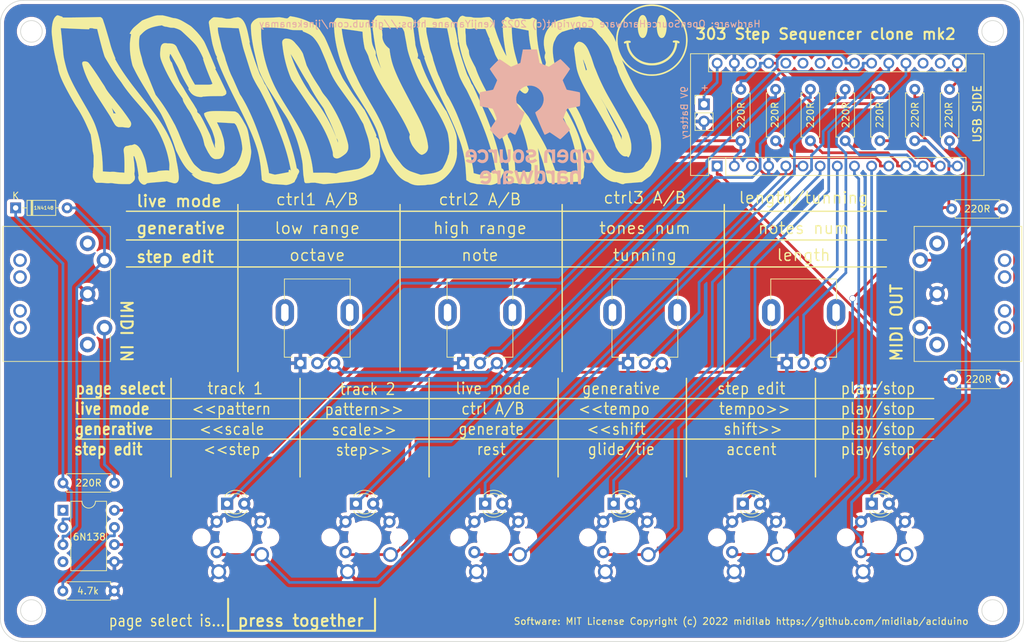
<source format=kicad_pcb>
(kicad_pcb (version 20171130) (host pcbnew 5.1.9+dfsg1-1+deb11u1)
  (layers (0 F.Cu signal hide) (31 B.Cu signal hide) (34 B.Paste user) (35 F.Paste user) (36 B.SilkS user) (37 F.SilkS user) (38 B.Mask user) (39 F.Mask user) (44 Edge.Cuts user))
  (net 0 "")
  (net 1 LED6)
  (net 2 LED5)
  (net 3 9V)
  (net 4 LED4)
  (net 5 GND)
  (net 6 LED3)
  (net 7 "Net-(A1-Pad28)")
  (net 8 LED2)
  (net 9 5V)
  (net 10 LED1)
  (net 11 "Net-(A1-Pad26)")
  (net 12 PLAY_STOP)
  (net 13 "Net-(A1-Pad25)")
  (net 14 Accent)
  (net 15 "Net-(A1-Pad24)")
  (net 16 Glide)
  (net 17 "Net-(A1-Pad23)")
  (net 18 Rest)
  (net 19 Octave)
  (net 20 Next_STEP)
  (net 21 Note)
  (net 22 Prev_STEP)
  (net 23 Length)
  (net 24 BPM)
  (net 25 "Net-(A1-Pad3)")
  (net 26 "Net-(A1-Pad18)")
  (net 27 "Net-(A1-Pad17)")
  (net 28 MIDI_OUT)
  (net 29 "Net-(D1-Pad1)")
  (net 30 "Net-(D2-Pad1)")
  (net 31 "Net-(D3-Pad1)")
  (net 32 "Net-(D4-Pad1)")
  (net 33 "Net-(D5-Pad1)")
  (net 34 "Net-(D6-Pad1)")
  (net 35 "Net-(J1-Pad4)")
  (net 36 "Net-(J1-Pad1)")
  (net 37 "Net-(J1-Pad3)")
  (net 38 "Net-(J1-Pad5)")
  (net 39 MIDI_IN)
  (net 40 "Net-(D7-Pad2)")
  (net 41 "Net-(D7-Pad1)")
  (net 42 "Net-(J3-Pad4)")
  (net 43 "Net-(J3-Pad1)")
  (net 44 "Net-(J3-Pad3)")
  (net 45 "Net-(R11-Pad2)")
  (net 46 "Net-(U1-Pad4)")
  (net 47 "Net-(U1-Pad1)")
  (module Symbol:OSHW-Logo_19x20mm_SilkScreen (layer B.Cu) (at 132.25 75.25 180)
    (fp_text reference REF** hide)
    (fp_text value OSHW-Logo_19x20mm_SilkScreen hide)
  )
  (module MountingHole:MountingHole_2.2mm_M2_Pad (layer F.Cu) (at 202.5 106.5)
    (fp_text reference mount4)
    (fp_text value Hole_2.2mm)
    (pad "" thru_hole circle (at 0 0) (size 2 2) (drill 1.3) (layers *.Cu *.Mask))
  )
  (module MountingHole:MountingHole_2.2mm_M2_Pad (layer F.Cu) (at 202.5 96.5)
    (fp_text reference mount3)
    (fp_text value Hole_2.2mm)
    (pad "" thru_hole circle (at 0 0) (size 2 2) (drill 1.3) (layers *.Cu *.Mask))
  )
  (module MountingHole:MountingHole_2.2mm_M2_Pad (layer F.Cu) (at 56.75 106.5)
    (fp_text reference mount2)
    (fp_text value Hole_2.2mm)
    (pad "" thru_hole circle (at 0 0) (size 2 2) (drill 1.3) (layers *.Cu *.Mask))
  )
  (module MountingHole:MountingHole_2.2mm_M2_Pad (layer F.Cu) (at 56.75 96.5)
    (fp_text reference mount1)
    (fp_text value Hole_2.2mm)
    (pad "" thru_hole circle (at 0 0) (size 2 2) (drill 1.3) (layers *.Cu *.Mask))
  )
  (module Potentiometer_THT:Potentiometer_Alpha_RD901F-40-00D_Single_Vertical (layer F.Cu) (at 98.25 111.75 90)
    (fp_text reference RV1 hide)
    (fp_text value 10k)
    (pad "" thru_hole oval (at 7.5 -2.3 180) (size 2.72 4) (drill oval 1.1 2.6) (layers *.Cu *.Mask))
    (pad "" thru_hole oval (at 7.5 7.3 180) (size 2.72 4) (drill oval 1.1 2.6) (layers *.Cu *.Mask))
    (pad 3 thru_hole circle (at 0 5 180) (size 1.8 1.8) (drill 1) (layers *.Cu *.Mask) (net 9 5V))
    (pad 2 thru_hole circle (at 0 2.5 180) (size 1.8 1.8) (drill 1) (layers *.Cu *.Mask) (net 19 Octave))
    (pad 1 thru_hole rect (at 0 0 180) (size 1.8 1.8) (drill 1) (layers *.Cu *.Mask) (net 5 GND))
  )
  (module PCB:logo (layer F.Cu) (at 108.5 72)
    (fp_text reference G*** hide)
    (fp_text value LOGO hide)
  )
  (module Button_Switch_Keyboard:SW_Cherry_MX_tact_Dual (layer F.Cu) (at 105.238 142.65 180)
    (fp_text reference SW2)
    (fp_text value SW_Cherry_MX_1.00u_PCB)
    (pad 1 thru_hole circle (at 0 0 180) (size 2.2 2.2) (drill 1.5) (layers *.Cu *.Mask) (net 5 GND))
    (pad 2 thru_hole circle (at -6.35 2.54 180) (size 2.2 2.2) (drill 1.5) (layers *.Cu *.Mask) (net 20 Next_STEP))
    (pad "" np_thru_hole circle (at -2.54 5.08 180) (size 4 4) (drill 4) (layers *.Cu *.Mask))
    (pad "" np_thru_hole circle (at -7.62 5.08 180) (size 1.7 1.7) (drill 1.7) (layers *.Cu *.Mask))
    (pad "" np_thru_hole circle (at 2.54 5.08 180) (size 1.7 1.7) (drill 1.7) (layers *.Cu *.Mask))
    (pad 2 thru_hole circle (at 0.3 2.9 180) (size 1.8 1.8) (drill 1) (layers *.Cu *.Mask) (net 20 Next_STEP))
    (pad 1 thru_hole circle (at 0.3 7.4 180) (size 1.8 1.8) (drill 1) (layers *.Cu *.Mask) (net 5 GND))
    (pad 1 thru_hole circle (at -6.2 7.4 180) (size 1.8 1.8) (drill 1) (layers *.Cu *.Mask) (net 5 GND))
  )
  (module Button_Switch_Keyboard:SW_Cherry_MX_tact_Dual (layer F.Cu) (at 124.316 142.65 180)
    (fp_text reference SW3)
    (fp_text value SW_Cherry_MX_1.00u_PCB)
    (pad 1 thru_hole circle (at 0 0 180) (size 2.2 2.2) (drill 1.5) (layers *.Cu *.Mask) (net 5 GND))
    (pad 2 thru_hole circle (at -6.35 2.54 180) (size 2.2 2.2) (drill 1.5) (layers *.Cu *.Mask) (net 18 Rest))
    (pad "" np_thru_hole circle (at -2.54 5.08 180) (size 4 4) (drill 4) (layers *.Cu *.Mask))
    (pad "" np_thru_hole circle (at -7.62 5.08 180) (size 1.7 1.7) (drill 1.7) (layers *.Cu *.Mask))
    (pad "" np_thru_hole circle (at 2.54 5.08 180) (size 1.7 1.7) (drill 1.7) (layers *.Cu *.Mask))
    (pad 2 thru_hole circle (at 0.3 2.9 180) (size 1.8 1.8) (drill 1) (layers *.Cu *.Mask) (net 18 Rest))
    (pad 1 thru_hole circle (at 0.3 7.4 180) (size 1.8 1.8) (drill 1) (layers *.Cu *.Mask) (net 5 GND))
    (pad 1 thru_hole circle (at -6.2 7.4 180) (size 1.8 1.8) (drill 1) (layers *.Cu *.Mask) (net 5 GND))
  )
  (module Button_Switch_Keyboard:SW_Cherry_MX_tact_Dual (layer F.Cu) (at 143.394 142.65 180)
    (fp_text reference SW4)
    (fp_text value SW_Cherry_MX_1.00u_PCB)
    (pad 1 thru_hole circle (at 0 0 180) (size 2.2 2.2) (drill 1.5) (layers *.Cu *.Mask) (net 5 GND))
    (pad 2 thru_hole circle (at -6.35 2.54 180) (size 2.2 2.2) (drill 1.5) (layers *.Cu *.Mask) (net 16 Glide))
    (pad "" np_thru_hole circle (at -2.54 5.08 180) (size 4 4) (drill 4) (layers *.Cu *.Mask))
    (pad "" np_thru_hole circle (at -7.62 5.08 180) (size 1.7 1.7) (drill 1.7) (layers *.Cu *.Mask))
    (pad "" np_thru_hole circle (at 2.54 5.08 180) (size 1.7 1.7) (drill 1.7) (layers *.Cu *.Mask))
    (pad 2 thru_hole circle (at 0.3 2.9 180) (size 1.8 1.8) (drill 1) (layers *.Cu *.Mask) (net 16 Glide))
    (pad 1 thru_hole circle (at 0.3 7.4 180) (size 1.8 1.8) (drill 1) (layers *.Cu *.Mask) (net 5 GND))
    (pad 1 thru_hole circle (at -6.2 7.4 180) (size 1.8 1.8) (drill 1) (layers *.Cu *.Mask) (net 5 GND))
  )
  (module Button_Switch_Keyboard:SW_Cherry_MX_tact_Dual (layer F.Cu) (at 162.472 142.65 180)
    (fp_text reference SW5)
    (fp_text value SW_Cherry_MX_1.00u_PCB)
    (pad 1 thru_hole circle (at 0 0 180) (size 2.2 2.2) (drill 1.5) (layers *.Cu *.Mask) (net 5 GND))
    (pad 2 thru_hole circle (at -6.35 2.54 180) (size 2.2 2.2) (drill 1.5) (layers *.Cu *.Mask) (net 14 Accent))
    (pad "" np_thru_hole circle (at -2.54 5.08 180) (size 4 4) (drill 4) (layers *.Cu *.Mask))
    (pad "" np_thru_hole circle (at -7.62 5.08 180) (size 1.7 1.7) (drill 1.7) (layers *.Cu *.Mask))
    (pad "" np_thru_hole circle (at 2.54 5.08 180) (size 1.7 1.7) (drill 1.7) (layers *.Cu *.Mask))
    (pad 2 thru_hole circle (at 0.3 2.9 180) (size 1.8 1.8) (drill 1) (layers *.Cu *.Mask) (net 14 Accent))
    (pad 1 thru_hole circle (at 0.3 7.4 180) (size 1.8 1.8) (drill 1) (layers *.Cu *.Mask) (net 5 GND))
    (pad 1 thru_hole circle (at -6.2 7.4 180) (size 1.8 1.8) (drill 1) (layers *.Cu *.Mask) (net 5 GND))
  )
  (module Button_Switch_Keyboard:SW_Cherry_MX_tact_Dual (layer F.Cu) (at 181.55 142.65 180)
    (fp_text reference SW6)
    (fp_text value SW_Cherry_MX_1.00u_PCB)
    (pad 1 thru_hole circle (at 0 0 180) (size 2.2 2.2) (drill 1.5) (layers *.Cu *.Mask) (net 5 GND))
    (pad 2 thru_hole circle (at -6.35 2.54 180) (size 2.2 2.2) (drill 1.5) (layers *.Cu *.Mask) (net 12 PLAY_STOP))
    (pad "" np_thru_hole circle (at -2.54 5.08 180) (size 4 4) (drill 4) (layers *.Cu *.Mask))
    (pad "" np_thru_hole circle (at -7.62 5.08 180) (size 1.7 1.7) (drill 1.7) (layers *.Cu *.Mask))
    (pad "" np_thru_hole circle (at 2.54 5.08 180) (size 1.7 1.7) (drill 1.7) (layers *.Cu *.Mask))
    (pad 2 thru_hole circle (at 0.3 2.9 180) (size 1.8 1.8) (drill 1) (layers *.Cu *.Mask) (net 12 PLAY_STOP))
    (pad 1 thru_hole circle (at 0.3 7.4 180) (size 1.8 1.8) (drill 1) (layers *.Cu *.Mask) (net 5 GND))
    (pad 1 thru_hole circle (at -6.2 7.4 180) (size 1.8 1.8) (drill 1) (layers *.Cu *.Mask) (net 5 GND))
  )
  (module Button_Switch_Keyboard:SW_Cherry_MX_tact_Dual (layer F.Cu) (at 86.16 142.65 180)
    (fp_text reference SW1)
    (fp_text value SW_Cherry_MX_1.00u_PCB)
    (pad 1 thru_hole circle (at 0 0 180) (size 2.2 2.2) (drill 1.5) (layers *.Cu *.Mask) (net 5 GND))
    (pad 2 thru_hole circle (at -6.35 2.54 180) (size 2.2 2.2) (drill 1.5) (layers *.Cu *.Mask) (net 22 Prev_STEP))
    (pad "" np_thru_hole circle (at -2.54 5.08 180) (size 4 4) (drill 4) (layers *.Cu *.Mask))
    (pad "" np_thru_hole circle (at -7.62 5.08 180) (size 1.7 1.7) (drill 1.7) (layers *.Cu *.Mask))
    (pad "" np_thru_hole circle (at 2.54 5.08 180) (size 1.7 1.7) (drill 1.7) (layers *.Cu *.Mask))
    (pad 2 thru_hole circle (at 0.3 2.9 180) (size 1.8 1.8) (drill 1) (layers *.Cu *.Mask) (net 22 Prev_STEP))
    (pad 1 thru_hole circle (at 0.3 7.4 180) (size 1.8 1.8) (drill 1) (layers *.Cu *.Mask) (net 5 GND))
    (pad 1 thru_hole circle (at -6.2 7.4 180) (size 1.8 1.8) (drill 1) (layers *.Cu *.Mask) (net 5 GND))
  )
  (module Package_DIP:DIP-8_W7.62mm (layer F.Cu) (at 63.1 133.55)
    (fp_text reference U1)
    (fp_text value 6N138 (at 3.9 3.95) (layer F.SilkS))
    (pad 8 thru_hole oval (at 7.62 0) (size 1.6 1.6) (drill 0.8) (layers *.Cu *.Mask) (net 9 5V))
    (pad 4 thru_hole oval (at 0 7.62) (size 1.6 1.6) (drill 0.8) (layers *.Cu *.Mask) (net 46 "Net-(U1-Pad4)"))
    (pad 7 thru_hole oval (at 7.62 2.54) (size 1.6 1.6) (drill 0.8) (layers *.Cu *.Mask) (net 45 "Net-(R11-Pad2)"))
    (pad 3 thru_hole oval (at 0 5.08) (size 1.6 1.6) (drill 0.8) (layers *.Cu *.Mask) (net 40 "Net-(D7-Pad2)"))
    (pad 6 thru_hole oval (at 7.62 5.08) (size 1.6 1.6) (drill 0.8) (layers *.Cu *.Mask) (net 39 MIDI_IN))
    (pad 2 thru_hole oval (at 0 2.54) (size 1.6 1.6) (drill 0.8) (layers *.Cu *.Mask) (net 41 "Net-(D7-Pad1)"))
    (pad 5 thru_hole oval (at 7.62 7.62) (size 1.6 1.6) (drill 0.8) (layers *.Cu *.Mask) (net 5 GND))
    (pad 1 thru_hole rect (at 0 0) (size 1.6 1.6) (drill 0.8) (layers *.Cu *.Mask) (net 47 "Net-(U1-Pad1)"))
  )
  (module Resistor_THT:R_Axial_DIN0207_L6.3mm_D2.5mm_P7.62mm_Horizontal (layer F.Cu) (at 70.7 145.5 180)
    (fp_text reference R11)
    (fp_text value 4.7k (at 3.9 0) (layer F.SilkS))
    (pad 2 thru_hole oval (at 7.62 0 180) (size 1.6 1.6) (drill 0.8) (layers *.Cu *.Mask) (net 45 "Net-(R11-Pad2)"))
    (pad 1 thru_hole circle (at 0 0 180) (size 1.6 1.6) (drill 0.8) (layers *.Cu *.Mask) (net 5 GND))
  )
  (module Resistor_THT:R_Axial_DIN0207_L6.3mm_D2.5mm_P7.62mm_Horizontal (layer F.Cu) (at 163.45 78.8 90)
    (fp_text reference R10)
    (fp_text value 220R (at 3.81 0.05 90) (layer F.SilkS))
    (pad 2 thru_hole oval (at 7.62 0 90) (size 1.6 1.6) (drill 0.8) (layers *.Cu *.Mask) (net 9 5V))
    (pad 1 thru_hole circle (at 0 0 90) (size 1.6 1.6) (drill 0.8) (layers *.Cu *.Mask) (net 39 MIDI_IN))
  )
  (module Resistor_THT:R_Axial_DIN0207_L6.3mm_D2.5mm_P7.62mm_Horizontal (layer F.Cu) (at 63.1 129.5)
    (fp_text reference R9)
    (fp_text value 220R (at 3.8 0) (layer F.SilkS))
    (pad 2 thru_hole oval (at 7.62 0) (size 1.6 1.6) (drill 0.8) (layers *.Cu *.Mask) (net 42 "Net-(J3-Pad4)"))
    (pad 1 thru_hole circle (at 0 0) (size 1.6 1.6) (drill 0.8) (layers *.Cu *.Mask) (net 41 "Net-(D7-Pad1)"))
  )
  (module Connector:SDS-50J (layer F.Cu) (at 66.75 109 90)
    (fp_text reference J3)
    (fp_text value MIDI_IN)
    (pad "" thru_hole circle (at 10 -10 90) (size 2 2) (drill 1.3) (layers *.Cu *.Mask))
    (pad 4 thru_hole circle (at 2.5 2.5 90) (size 2.3 2.3) (drill 1.3) (layers *.Cu *.Mask) (net 42 "Net-(J3-Pad4)"))
    (pad 1 thru_hole circle (at 0 0 90) (size 2.3 2.3) (drill 1.3) (layers *.Cu *.Mask) (net 43 "Net-(J3-Pad1)"))
    (pad 2 thru_hole circle (at 7.5 0 90) (size 2.3 2.3) (drill 1.3) (layers *.Cu *.Mask) (net 5 GND))
    (pad 3 thru_hole circle (at 15 0 90) (size 2.3 2.3) (drill 1.3) (layers *.Cu *.Mask) (net 44 "Net-(J3-Pad3)"))
    (pad "" thru_hole circle (at 5 -10 90) (size 2 2) (drill 1.3) (layers *.Cu *.Mask))
    (pad 5 thru_hole circle (at 12.5 2.5 90) (size 2.3 2.3) (drill 1.3) (layers *.Cu *.Mask) (net 40 "Net-(D7-Pad2)"))
  )
  (module Diode_THT:D_DO-35_SOD27_P7.62mm_Horizontal (layer F.Cu) (at 56.1 88.75)
    (fp_text reference D7)
    (fp_text value 1N4148 (at 4.15 0) (layer F.SilkS) (effects (font (size 0.5 0.5) (thickness 0.1))))
    (fp_text user K (at 0 -1.8) (layer F.SilkS))
    (pad 2 thru_hole oval (at 7.62 0) (size 1.6 1.6) (drill 0.8) (layers *.Cu *.Mask) (net 40 "Net-(D7-Pad2)"))
    (pad 1 thru_hole rect (at 0 0) (size 1.6 1.6) (drill 0.8) (layers *.Cu *.Mask) (net 41 "Net-(D7-Pad1)"))
  )
  (module Potentiometer_THT:Potentiometer_Alpha_RD901F-40-00D_Single_Vertical (layer F.Cu) (at 170.25 111.75 90)
    (fp_text reference RV4 hide)
    (fp_text value 10k)
    (pad "" thru_hole oval (at 7.5 -2.3 180) (size 2.72 4) (drill oval 1.1 2.6) (layers *.Cu *.Mask))
    (pad "" thru_hole oval (at 7.5 7.3 180) (size 2.72 4) (drill oval 1.1 2.6) (layers *.Cu *.Mask))
    (pad 3 thru_hole circle (at 0 5 180) (size 1.8 1.8) (drill 1) (layers *.Cu *.Mask) (net 9 5V))
    (pad 2 thru_hole circle (at 0 2.5 180) (size 1.8 1.8) (drill 1) (layers *.Cu *.Mask) (net 24 BPM))
    (pad 1 thru_hole rect (at 0 0 180) (size 1.8 1.8) (drill 1) (layers *.Cu *.Mask) (net 5 GND))
  )
  (module Potentiometer_THT:Potentiometer_Alpha_RD901F-40-00D_Single_Vertical (layer F.Cu) (at 146.75 111.75 90)
    (fp_text reference RV3 hide)
    (fp_text value 10k)
    (pad "" thru_hole oval (at 7.5 -2.3 180) (size 2.72 4) (drill oval 1.1 2.6) (layers *.Cu *.Mask))
    (pad "" thru_hole oval (at 7.5 7.3 180) (size 2.72 4) (drill oval 1.1 2.6) (layers *.Cu *.Mask))
    (pad 3 thru_hole circle (at 0 5 180) (size 1.8 1.8) (drill 1) (layers *.Cu *.Mask) (net 9 5V))
    (pad 2 thru_hole circle (at 0 2.5 180) (size 1.8 1.8) (drill 1) (layers *.Cu *.Mask) (net 23 Length))
    (pad 1 thru_hole rect (at 0 0 180) (size 1.8 1.8) (drill 1) (layers *.Cu *.Mask) (net 5 GND))
  )
  (module Potentiometer_THT:Potentiometer_Alpha_RD901F-40-00D_Single_Vertical (layer F.Cu) (at 122.333 111.75 90)
    (fp_text reference RV2 hide)
    (fp_text value 10k)
    (pad "" thru_hole oval (at 7.5 -2.3 180) (size 2.72 4) (drill oval 1.1 2.6) (layers *.Cu *.Mask))
    (pad "" thru_hole oval (at 7.5 7.3 180) (size 2.72 4) (drill oval 1.1 2.6) (layers *.Cu *.Mask))
    (pad 3 thru_hole circle (at 0 5 180) (size 1.8 1.8) (drill 1) (layers *.Cu *.Mask) (net 9 5V))
    (pad 2 thru_hole circle (at 0 2.5 180) (size 1.8 1.8) (drill 1) (layers *.Cu *.Mask) (net 21 Note))
    (pad 1 thru_hole rect (at 0 0 180) (size 1.8 1.8) (drill 1) (layers *.Cu *.Mask) (net 5 GND))
  )
  (module Resistor_THT:R_Axial_DIN0207_L6.3mm_D2.5mm_P7.62mm_Horizontal (layer F.Cu) (at 194.35 71.18 270)
    (fp_text reference R8 hide)
    (fp_text value 220R (at 3.81 0.1 90) (layer F.SilkS))
    (pad 2 thru_hole oval (at 7.62 0 270) (size 1.6 1.6) (drill 0.8) (layers *.Cu *.Mask) (net 34 "Net-(D6-Pad1)"))
    (pad 1 thru_hole circle (at 0 0 270) (size 1.6 1.6) (drill 0.8) (layers *.Cu *.Mask) (net 1 LED6))
  )
  (module Resistor_THT:R_Axial_DIN0207_L6.3mm_D2.5mm_P7.62mm_Horizontal (layer F.Cu) (at 189.2 78.8 90)
    (fp_text reference R7 hide)
    (fp_text value 220R (at 3.81 0.05 90) (layer F.SilkS))
    (pad 2 thru_hole oval (at 7.62 0 90) (size 1.6 1.6) (drill 0.8) (layers *.Cu *.Mask) (net 33 "Net-(D5-Pad1)"))
    (pad 1 thru_hole circle (at 0 0 90) (size 1.6 1.6) (drill 0.8) (layers *.Cu *.Mask) (net 2 LED5))
  )
  (module Resistor_THT:R_Axial_DIN0207_L6.3mm_D2.5mm_P7.62mm_Horizontal (layer F.Cu) (at 184.05 78.8 90)
    (fp_text reference R6 hide)
    (fp_text value 220R (at 3.81 -0.05 90) (layer F.SilkS))
    (pad 2 thru_hole oval (at 7.62 0 90) (size 1.6 1.6) (drill 0.8) (layers *.Cu *.Mask) (net 32 "Net-(D4-Pad1)"))
    (pad 1 thru_hole circle (at 0 0 90) (size 1.6 1.6) (drill 0.8) (layers *.Cu *.Mask) (net 4 LED4))
  )
  (module Resistor_THT:R_Axial_DIN0207_L6.3mm_D2.5mm_P7.62mm_Horizontal (layer F.Cu) (at 178.9 78.8 90)
    (fp_text reference R5 hide)
    (fp_text value 220R (at 3.81 0.1 90) (layer F.SilkS))
    (pad 2 thru_hole oval (at 7.62 0 90) (size 1.6 1.6) (drill 0.8) (layers *.Cu *.Mask) (net 31 "Net-(D3-Pad1)"))
    (pad 1 thru_hole circle (at 0 0 90) (size 1.6 1.6) (drill 0.8) (layers *.Cu *.Mask) (net 6 LED3))
  )
  (module Resistor_THT:R_Axial_DIN0207_L6.3mm_D2.5mm_P7.62mm_Horizontal (layer F.Cu) (at 173.75 78.8 90)
    (fp_text reference R4 hide)
    (fp_text value 220R (at 3.81 0 90) (layer F.SilkS))
    (pad 2 thru_hole oval (at 7.62 0 90) (size 1.6 1.6) (drill 0.8) (layers *.Cu *.Mask) (net 30 "Net-(D2-Pad1)"))
    (pad 1 thru_hole circle (at 0 0 90) (size 1.6 1.6) (drill 0.8) (layers *.Cu *.Mask) (net 8 LED2))
  )
  (module Resistor_THT:R_Axial_DIN0207_L6.3mm_D2.5mm_P7.62mm_Horizontal (layer F.Cu) (at 168.6 78.8 90)
    (fp_text reference R3 hide)
    (fp_text value 220R (at 3.81 -0.1 90) (layer F.SilkS))
    (pad 2 thru_hole oval (at 7.62 0 90) (size 1.6 1.6) (drill 0.8) (layers *.Cu *.Mask) (net 29 "Net-(D1-Pad1)"))
    (pad 1 thru_hole circle (at 0 0 90) (size 1.6 1.6) (drill 0.8) (layers *.Cu *.Mask) (net 10 LED1))
  )
  (module Resistor_THT:R_Axial_DIN0207_L6.3mm_D2.5mm_P7.62mm_Horizontal (layer F.Cu) (at 202.4 114.15 180)
    (fp_text reference R2 hide)
    (fp_text value 220R (at 3.75 0) (layer F.SilkS))
    (pad 2 thru_hole oval (at 7.62 0 180) (size 1.6 1.6) (drill 0.8) (layers *.Cu *.Mask) (net 28 MIDI_OUT))
    (pad 1 thru_hole circle (at 0 0 180) (size 1.6 1.6) (drill 0.8) (layers *.Cu *.Mask) (net 38 "Net-(J1-Pad5)"))
  )
  (module Resistor_THT:R_Axial_DIN0207_L6.3mm_D2.5mm_P7.62mm_Horizontal (layer F.Cu) (at 194.65 88.9)
    (fp_text reference R1 hide)
    (fp_text value 220R (at 3.81 0) (layer F.SilkS))
    (pad 2 thru_hole oval (at 7.62 0) (size 1.6 1.6) (drill 0.8) (layers *.Cu *.Mask) (net 35 "Net-(J1-Pad4)"))
    (pad 1 thru_hole circle (at 0 0) (size 1.6 1.6) (drill 0.8) (layers *.Cu *.Mask) (net 9 5V))
  )
  (module Connector_PinHeader_2.54mm:PinHeader_1x02_P2.54mm_Vertical (layer F.Cu) (at 158 73.4)
    (fp_text reference J2 hide)
    (fp_text value battery)
    (pad 2 thru_hole oval (at 0 2.54) (size 1.7 1.7) (drill 1) (layers *.Cu *.Mask) (net 5 GND))
    (pad 1 thru_hole rect (at 0 0) (size 1.7 1.7) (drill 1) (layers *.Cu *.Mask) (net 3 9V))
  )
  (module Connector:SDS-50J (layer F.Cu) (at 192.5 94 270)
    (fp_text reference J1 hide)
    (fp_text value MIDI_OUT)
    (pad "" thru_hole circle (at 10 -10 270) (size 2 2) (drill 1.3) (layers *.Cu *.Mask))
    (pad 4 thru_hole circle (at 2.5 2.5 270) (size 2.3 2.3) (drill 1.3) (layers *.Cu *.Mask) (net 35 "Net-(J1-Pad4)"))
    (pad 1 thru_hole circle (at 0 0 270) (size 2.3 2.3) (drill 1.3) (layers *.Cu *.Mask) (net 36 "Net-(J1-Pad1)"))
    (pad 2 thru_hole circle (at 7.5 0 270) (size 2.3 2.3) (drill 1.3) (layers *.Cu *.Mask) (net 5 GND))
    (pad 3 thru_hole circle (at 15 0 270) (size 2.3 2.3) (drill 1.3) (layers *.Cu *.Mask) (net 37 "Net-(J1-Pad3)"))
    (pad "" thru_hole circle (at 5 -10 270) (size 2 2) (drill 1.3) (layers *.Cu *.Mask))
    (pad 5 thru_hole circle (at 12.5 2.5 270) (size 2.3 2.3) (drill 1.3) (layers *.Cu *.Mask) (net 38 "Net-(J1-Pad5)"))
  )
  (module LED_THT:LED_D3.0mm (layer F.Cu) (at 182.825 132.575)
    (fp_text reference D6 hide)
    (fp_text value LED)
    (pad 2 thru_hole circle (at 2.54 0) (size 1.8 1.8) (drill 0.9) (layers *.Cu *.Mask) (net 5 GND))
    (pad 1 thru_hole rect (at 0 0) (size 1.8 1.8) (drill 0.9) (layers *.Cu *.Mask) (net 34 "Net-(D6-Pad1)"))
  )
  (module LED_THT:LED_D3.0mm (layer F.Cu) (at 163.75 132.575)
    (fp_text reference D5 hide)
    (fp_text value LED)
    (pad 2 thru_hole circle (at 2.54 0) (size 1.8 1.8) (drill 0.9) (layers *.Cu *.Mask) (net 5 GND))
    (pad 1 thru_hole rect (at 0 0) (size 1.8 1.8) (drill 0.9) (layers *.Cu *.Mask) (net 33 "Net-(D5-Pad1)"))
  )
  (module LED_THT:LED_D3.0mm (layer F.Cu) (at 144.625 132.575)
    (fp_text reference D4 hide)
    (fp_text value LED)
    (pad 2 thru_hole circle (at 2.54 0) (size 1.8 1.8) (drill 0.9) (layers *.Cu *.Mask) (net 5 GND))
    (pad 1 thru_hole rect (at 0 0) (size 1.8 1.8) (drill 0.9) (layers *.Cu *.Mask) (net 32 "Net-(D4-Pad1)"))
  )
  (module LED_THT:LED_D3.0mm (layer F.Cu) (at 125.6 132.575)
    (fp_text reference D3 hide)
    (fp_text value LED)
    (pad 2 thru_hole circle (at 2.54 0) (size 1.8 1.8) (drill 0.9) (layers *.Cu *.Mask) (net 5 GND))
    (pad 1 thru_hole rect (at 0 0) (size 1.8 1.8) (drill 0.9) (layers *.Cu *.Mask) (net 31 "Net-(D3-Pad1)"))
  )
  (module LED_THT:LED_D3.0mm (layer F.Cu) (at 106.475 132.575)
    (fp_text reference D2 hide)
    (fp_text value LED)
    (pad 2 thru_hole circle (at 2.54 0) (size 1.8 1.8) (drill 0.9) (layers *.Cu *.Mask) (net 5 GND))
    (pad 1 thru_hole rect (at 0 0) (size 1.8 1.8) (drill 0.9) (layers *.Cu *.Mask) (net 30 "Net-(D2-Pad1)"))
  )
  (module LED_THT:LED_D3.0mm (layer F.Cu) (at 87.4 132.575)
    (fp_text reference D1 hide)
    (fp_text value LED)
    (pad 2 thru_hole circle (at 2.54 0) (size 1.8 1.8) (drill 0.9) (layers *.Cu *.Mask) (net 5 GND))
    (pad 1 thru_hole rect (at 0 0) (size 1.8 1.8) (drill 0.9) (layers *.Cu *.Mask) (net 29 "Net-(D1-Pad1)"))
  )
  (module Module:Arduino_Nano (layer F.Cu) (at 159.95 82.55 90)
    (fp_text reference A1 hide)
    (fp_text value Arduino_Nano_v3.x)
    (pad 16 thru_hole oval (at 15.24 35.56 90) (size 1.6 1.6) (drill 1) (layers *.Cu *.Mask) (net 1 LED6))
    (pad 15 thru_hole oval (at 0 35.56 90) (size 1.6 1.6) (drill 1) (layers *.Cu *.Mask) (net 2 LED5))
    (pad 30 thru_hole oval (at 15.24 0 90) (size 1.6 1.6) (drill 1) (layers *.Cu *.Mask) (net 3 9V))
    (pad 14 thru_hole oval (at 0 33.02 90) (size 1.6 1.6) (drill 1) (layers *.Cu *.Mask) (net 4 LED4))
    (pad 29 thru_hole oval (at 15.24 2.54 90) (size 1.6 1.6) (drill 1) (layers *.Cu *.Mask) (net 5 GND))
    (pad 13 thru_hole oval (at 0 30.48 90) (size 1.6 1.6) (drill 1) (layers *.Cu *.Mask) (net 6 LED3))
    (pad 28 thru_hole oval (at 15.24 5.08 90) (size 1.6 1.6) (drill 1) (layers *.Cu *.Mask) (net 7 "Net-(A1-Pad28)"))
    (pad 12 thru_hole oval (at 0 27.94 90) (size 1.6 1.6) (drill 1) (layers *.Cu *.Mask) (net 8 LED2))
    (pad 27 thru_hole oval (at 15.24 7.62 90) (size 1.6 1.6) (drill 1) (layers *.Cu *.Mask) (net 9 5V))
    (pad 11 thru_hole oval (at 0 25.4 90) (size 1.6 1.6) (drill 1) (layers *.Cu *.Mask) (net 10 LED1))
    (pad 26 thru_hole oval (at 15.24 10.16 90) (size 1.6 1.6) (drill 1) (layers *.Cu *.Mask) (net 11 "Net-(A1-Pad26)"))
    (pad 10 thru_hole oval (at 0 22.86 90) (size 1.6 1.6) (drill 1) (layers *.Cu *.Mask) (net 12 PLAY_STOP))
    (pad 25 thru_hole oval (at 15.24 12.7 90) (size 1.6 1.6) (drill 1) (layers *.Cu *.Mask) (net 13 "Net-(A1-Pad25)"))
    (pad 9 thru_hole oval (at 0 20.32 90) (size 1.6 1.6) (drill 1) (layers *.Cu *.Mask) (net 14 Accent))
    (pad 24 thru_hole oval (at 15.24 15.24 90) (size 1.6 1.6) (drill 1) (layers *.Cu *.Mask) (net 15 "Net-(A1-Pad24)"))
    (pad 8 thru_hole oval (at 0 17.78 90) (size 1.6 1.6) (drill 1) (layers *.Cu *.Mask) (net 16 Glide))
    (pad 23 thru_hole oval (at 15.24 17.78 90) (size 1.6 1.6) (drill 1) (layers *.Cu *.Mask) (net 17 "Net-(A1-Pad23)"))
    (pad 7 thru_hole oval (at 0 15.24 90) (size 1.6 1.6) (drill 1) (layers *.Cu *.Mask) (net 18 Rest))
    (pad 22 thru_hole oval (at 15.24 20.32 90) (size 1.6 1.6) (drill 1) (layers *.Cu *.Mask) (net 19 Octave))
    (pad 6 thru_hole oval (at 0 12.7 90) (size 1.6 1.6) (drill 1) (layers *.Cu *.Mask) (net 20 Next_STEP))
    (pad 21 thru_hole oval (at 15.24 22.86 90) (size 1.6 1.6) (drill 1) (layers *.Cu *.Mask) (net 21 Note))
    (pad 5 thru_hole oval (at 0 10.16 90) (size 1.6 1.6) (drill 1) (layers *.Cu *.Mask) (net 22 Prev_STEP))
    (pad 20 thru_hole oval (at 15.24 25.4 90) (size 1.6 1.6) (drill 1) (layers *.Cu *.Mask) (net 23 Length))
    (pad 4 thru_hole oval (at 0 7.62 90) (size 1.6 1.6) (drill 1) (layers *.Cu *.Mask) (net 5 GND))
    (pad 19 thru_hole oval (at 15.24 27.94 90) (size 1.6 1.6) (drill 1) (layers *.Cu *.Mask) (net 24 BPM))
    (pad 3 thru_hole oval (at 0 5.08 90) (size 1.6 1.6) (drill 1) (layers *.Cu *.Mask) (net 25 "Net-(A1-Pad3)"))
    (pad 18 thru_hole oval (at 15.24 30.48 90) (size 1.6 1.6) (drill 1) (layers *.Cu *.Mask) (net 26 "Net-(A1-Pad18)"))
    (pad 2 thru_hole oval (at 0 2.54 90) (size 1.6 1.6) (drill 1) (layers *.Cu *.Mask) (net 39 MIDI_IN))
    (pad 17 thru_hole oval (at 15.24 33.02 90) (size 1.6 1.6) (drill 1) (layers *.Cu *.Mask) (net 27 "Net-(A1-Pad17)"))
    (pad 1 thru_hole rect (at 0 0 90) (size 1.6 1.6) (drill 1) (layers *.Cu *.Mask) (net 28 MIDI_OUT))
  )
  (gr_text - (at 158.1 78.15) (layer B.SilkS) (effects (font (size 1 1)) (justify mirror)))
  (gr_text + (at 158.1 70.9) (layer B.SilkS) (effects (font (size 1 1)) (justify mirror)))
  (gr_line (start 155.4 128.6) (end 155.4 114) (layer F.SilkS) (width 0.2))
  (gr_line (start 174.5 128.6) (end 174.5 114) (layer F.SilkS) (width 0.2))
  (gr_line (start 136.4 128.6) (end 136.4 114) (layer F.SilkS) (width 0.2))
  (gr_line (start 117.3 128.6) (end 117.3 114) (layer F.SilkS) (width 0.2))
  (gr_line (start 98.2 128.6) (end 98.2 114) (layer F.SilkS) (width 0.2))
  (gr_curve (pts (xy 57.25 153) (xy 58.75 153) (xy 201.913538 153) (xy 201.913538 153)) (layer Edge.Cuts) (width 0.1))
  (gr_text "MIDI IN" (at 72.5 107 -90) (layer F.SilkS) (effects (font (size 1.7 1.7) (thickness 0.3))))
  (gr_line (start 79.1 128.6) (end 79.1 114) (layer F.SilkS) (width 0.2))
  (gr_curve (pts (xy 53.831769 61.418231) (xy 53.831769 71.418231) (xy 53.831769 149.581769) (xy 53.831769 149.581769)) (layer Edge.Cuts) (width 0.1))
  (gr_text "303 Step Sequencer clone mk2" (at 176 63) (layer F.SilkS) (effects (font (size 1.6 1.6) (thickness 0.3))))
  (gr_text "page select is..." (at 78.5 149.9) (layer F.SilkS) (effects (font (size 1.7 1.4) (thickness 0.2))))
  (gr_text "Hardware: OpenSourceHardware Copyright(c) 2022 KenjiYamane https://github.com/ijnekenamay" (at 129.25 61.5) (layer B.SilkS) (effects (font (size 1 1)) (justify mirror)))
  (gr_text "Software: MIT License Copyright (c) 2022 midilab https://github.com/midilab/aciduino" (at 163.5 150) (layer F.SilkS) (effects (font (size 1 1))))
  (gr_text "9V Battery" (at 155.1 74.65 90) (layer B.SilkS) (effects (font (size 1 1)) (justify mirror)))
  (gr_text "USB SIDE\n" (at 198.45 74.8 90) (layer F.SilkS) (effects (font (size 1.2 1.2) (thickness 0.2))))
  (gr_text length (at 172.75 95.75) (layer F.SilkS) (effects (font (size 1.7 1.7) (thickness 0.2))))
  (gr_text tunning (at 149.25 95.75) (layer F.SilkS) (effects (font (size 1.7 1.7) (thickness 0.2))))
  (gr_text note (at 124.833333 95.75) (layer F.SilkS) (effects (font (size 1.7 1.7) (thickness 0.2))))
  (gr_text octave (at 100.75 95.75) (layer F.SilkS) (effects (font (size 1.7 1.7) (thickness 0.2))))
  (gr_text "notes num" (at 172.75 91.75) (layer F.SilkS) (effects (font (size 1.7 1.7) (thickness 0.2))))
  (gr_text "tones num" (at 149.25 91.75) (layer F.SilkS) (effects (font (size 1.7 1.7) (thickness 0.2))))
  (gr_text "high range" (at 124.833333 91.75) (layer F.SilkS) (effects (font (size 1.7 1.7) (thickness 0.2))))
  (gr_text "low range" (at 100.75 91.75) (layer F.SilkS) (effects (font (size 1.7 1.7) (thickness 0.2))))
  (gr_text "press together" (at 98.3 149.9) (layer F.SilkS) (effects (font (size 1.7 1.7) (thickness 0.3))))
  (gr_text length/tunning (at 172.75 87.25) (layer F.SilkS) (effects (font (size 1.7 1.7) (thickness 0.2))))
  (gr_text "ctrl3 A/B" (at 149.25 87.25) (layer F.SilkS) (effects (font (size 1.7 1.7) (thickness 0.2))))
  (gr_text "ctrl2 A/B" (at 124.833333 87.5) (layer F.SilkS) (effects (font (size 1.7 1.7) (thickness 0.2))))
  (gr_text "ctrl1 A/B" (at 100.75 87.5) (layer F.SilkS) (effects (font (size 1.7 1.7) (thickness 0.2))))
  (gr_text "step edit" (at 79.719048 96) (layer F.SilkS) (effects (font (size 1.7 1.7) (thickness 0.3))))
  (gr_text "live mode" (at 80.285714 87.75) (layer F.SilkS) (effects (font (size 1.7 1.7) (thickness 0.3))))
  (gr_text generative (at 80.569048 91.75) (layer F.SilkS) (effects (font (size 1.7 1.7) (thickness 0.3))))
  (gr_text "MIDI OUT" (at 186.5 105.75 90) (layer F.SilkS) (effects (font (size 1.7 1.7) (thickness 0.3))))
  (gr_text accent (at 165 124.5) (layer F.SilkS) (effects (font (size 1.7 1.5) (thickness 0.2))))
  (gr_text glide/tie (at 145.75 124.5) (layer F.SilkS) (effects (font (size 1.7 1.5) (thickness 0.2))))
  (gr_text rest (at 126.5 124.5) (layer F.SilkS) (effects (font (size 1.7 1.5) (thickness 0.2))))
  (gr_text step>> (at 107.7 124.6) (layer F.SilkS) (effects (font (size 1.7 1.5) (thickness 0.2))))
  (gr_text <<step (at 88.1 124.5) (layer F.SilkS) (effects (font (size 1.7 1.5) (thickness 0.2))))
  (gr_text shift>> (at 165.25 121.5) (layer F.SilkS) (effects (font (size 1.7 1.5) (thickness 0.2))))
  (gr_text <<shift (at 145 121.5) (layer F.SilkS) (effects (font (size 1.7 1.5) (thickness 0.2))))
  (gr_text generate (at 126.5 121.5) (layer F.SilkS) (effects (font (size 1.7 1.5) (thickness 0.2))))
  (gr_text scale>> (at 107.7 121.6) (layer F.SilkS) (effects (font (size 1.7 1.5) (thickness 0.2))))
  (gr_text <<scale (at 88.1 121.5) (layer F.SilkS) (effects (font (size 1.7 1.5) (thickness 0.2))))
  (gr_text tempo>> (at 165.5 118.5) (layer F.SilkS) (effects (font (size 1.7 1.5) (thickness 0.2))))
  (gr_text "<<tempo " (at 145.25 118.5) (layer F.SilkS) (effects (font (size 1.7 1.5) (thickness 0.2))))
  (gr_text "ctrl A/B" (at 126.75 118.5) (layer F.SilkS) (effects (font (size 1.7 1.5) (thickness 0.2))))
  (gr_text pattern>> (at 107.7 118.6) (layer F.SilkS) (effects (font (size 1.7 1.5) (thickness 0.2))))
  (gr_text "<<pattern " (at 88.6 118.5) (layer F.SilkS) (effects (font (size 1.7 1.5) (thickness 0.2))))
  (gr_text "step edit" (at 165 115.5) (layer F.SilkS) (effects (font (size 1.7 1.5) (thickness 0.2))))
  (gr_text generative (at 145.75 115.5) (layer F.SilkS) (effects (font (size 1.7 1.5) (thickness 0.2))))
  (gr_text "live mode" (at 126.75 115.5) (layer F.SilkS) (effects (font (size 1.7 1.5) (thickness 0.2))))
  (gr_text "track 2" (at 108.2 115.6) (layer F.SilkS) (effects (font (size 1.7 1.5) (thickness 0.2))))
  (gr_text "track 1" (at 88.6 115.5) (layer F.SilkS) (effects (font (size 1.7 1.5) (thickness 0.2))))
  (gr_text "step edit" (at 69.819048 124.5) (layer F.SilkS) (effects (font (size 1.7 1.5) (thickness 0.3))))
  (gr_text generative (at 70.669048 121.5) (layer F.SilkS) (effects (font (size 1.7 1.5) (thickness 0.3))))
  (gr_text "live mode" (at 70.385714 118.5) (layer F.SilkS) (effects (font (size 1.7 1.5) (thickness 0.3))))
  (gr_text "page select" (at 71.6 115.5) (layer F.SilkS) (effects (font (size 1.7 1.5) (thickness 0.3))))
  (gr_text play/stop (at 183.75 124.5) (layer F.SilkS) (effects (font (size 1.7 1.5) (thickness 0.2))))
  (gr_text play/stop (at 183.75 121.5) (layer F.SilkS) (effects (font (size 1.7 1.5) (thickness 0.2))))
  (gr_text play/stop (at 183.75 118.5) (layer F.SilkS) (effects (font (size 1.7 1.5) (thickness 0.2))))
  (gr_text play/stop (at 183.75 115.5) (layer F.SilkS) (effects (font (size 1.7 1.5) (thickness 0.2))))
  (gr_line (start 109.3 151.4) (end 109.3 146.65) (layer F.SilkS) (width 0.3))
  (gr_line (start 87.55 151.4) (end 109.3 151.4) (layer F.SilkS) (width 0.3))
  (gr_line (start 87.55 146.65) (end 87.55 151.4) (layer F.SilkS) (width 0.3))
  (gr_line (start 89 113) (end 89 88.25) (layer F.SilkS) (width 0.2))
  (gr_line (start 161 113) (end 161 88.25) (layer F.SilkS) (width 0.2))
  (gr_line (start 137 113) (end 137 88.25) (layer F.SilkS) (width 0.2))
  (gr_line (start 113 113) (end 113 88.25) (layer F.SilkS) (width 0.2))
  (gr_line (start 72.5 89.25) (end 185 89.25) (layer F.SilkS) (width 0.2))
  (gr_line (start 72.5 93.5) (end 185 93.5) (layer F.SilkS) (width 0.2))
  (gr_line (start 72.5 97.5) (end 185 97.5) (layer F.SilkS) (width 0.2))
  (gr_line (start 65 123) (end 192 123) (layer F.SilkS) (width 0.2))
  (gr_line (start 65 120) (end 192 120) (layer F.SilkS) (width 0.2))
  (gr_line (start 65 117) (end 192 117) (layer F.SilkS) (width 0.2))
  (gr_circle (center 200.731769 62.6) (end 202.331769 62.6) (layer Edge.Cuts) (width 0.1))
  (gr_circle (center 58.431769 148.4) (end 60.031769 148.4) (layer Edge.Cuts) (width 0.1))
  (gr_curve (pts (xy 205.331769 149.581769) (xy 205.331769 151.469606) (xy 203.801375 153) (xy 201.913538 153)) (layer Edge.Cuts) (width 0.1))
  (gr_curve (pts (xy 205.331769 61.418231) (xy 205.331769 71.418231) (xy 205.331769 149.581769) (xy 205.331769 149.581769)) (layer Edge.Cuts) (width 0.1))
  (gr_circle (center 200.731769 148.4) (end 202.331769 148.4) (layer Edge.Cuts) (width 0.1))
  (gr_curve (pts (xy 53.831769 61.418231) (xy 53.831769 59.530394) (xy 55.362163 58) (xy 57.25 58)) (layer Edge.Cuts) (width 0.1))
  (gr_circle (center 58.431769 62.6) (end 60.031769 62.6) (layer Edge.Cuts) (width 0.1))
  (gr_curve (pts (xy 201.913538 58) (xy 203.801375 58) (xy 205.331769 59.530394) (xy 205.331769 61.418231)) (layer Edge.Cuts) (width 0.1))
  (gr_curve (pts (xy 57.25 58) (xy 58.75 58) (xy 201.913538 58) (xy 201.913538 58)) (layer Edge.Cuts) (width 0.1))
  (gr_curve (pts (xy 57.25 153) (xy 55.362163 153) (xy 53.831769 151.469606) (xy 53.831769 149.581769)) (layer Edge.Cuts) (width 0.1))
  (segment (start 195.51 67.31) (end 195.51 70.02) (width 0.4) (layer F.Cu) (net 1))
  (segment (start 195.51 70.02) (end 194.35 71.18) (width 0.4) (layer F.Cu) (net 1))
  (segment (start 195.51 82.55) (end 194.2597 82.55) (width 0.4) (layer B.Cu) (net 2))
  (segment (start 194.2597 82.55) (end 194.2597 82.003) (width 0.4) (layer B.Cu) (net 2))
  (segment (start 194.2597 82.003) (end 191.0567 78.8) (width 0.4) (layer B.Cu) (net 2))
  (segment (start 191.0567 78.8) (end 189.2 78.8) (width 0.4) (layer B.Cu) (net 2))
  (segment (start 158 73.4) (end 158 72.0997) (width 0.4) (layer B.Cu) (net 3))
  (segment (start 159.95 67.31) (end 159.95 70.1497) (width 0.4) (layer B.Cu) (net 3))
  (segment (start 159.95 70.1497) (end 158 72.0997) (width 0.4) (layer B.Cu) (net 3))
  (segment (start 192.97 82.55) (end 191.7197 82.55) (width 0.4) (layer F.Cu) (net 4))
  (segment (start 191.7197 82.55) (end 191.7197 82.0029) (width 0.4) (layer F.Cu) (net 4))
  (segment (start 191.7197 82.0029) (end 191.0165 81.2997) (width 0.4) (layer F.Cu) (net 4))
  (segment (start 191.0165 81.2997) (end 189.3199 81.2997) (width 0.4) (layer F.Cu) (net 4))
  (segment (start 189.3199 81.2997) (end 186.8202 78.8) (width 0.4) (layer F.Cu) (net 4))
  (segment (start 186.8202 78.8) (end 184.05 78.8) (width 0.4) (layer F.Cu) (net 4))
  (segment (start 190.43 82.55) (end 189.1797 82.55) (width 0.4) (layer B.Cu) (net 6))
  (segment (start 189.1797 82.55) (end 189.1797 82.0359) (width 0.4) (layer B.Cu) (net 6))
  (segment (start 189.1797 82.0359) (end 188.0488 80.905) (width 0.4) (layer B.Cu) (net 6))
  (segment (start 188.0488 80.905) (end 181.005 80.905) (width 0.4) (layer B.Cu) (net 6))
  (segment (start 181.005 80.905) (end 178.9 78.8) (width 0.4) (layer B.Cu) (net 6))
  (segment (start 187.89 82.55) (end 186.6397 82.55) (width 0.4) (layer F.Cu) (net 8))
  (segment (start 186.6397 82.55) (end 186.6397 82.003) (width 0.4) (layer F.Cu) (net 8))
  (segment (start 186.6397 82.003) (end 185.2165 80.5798) (width 0.4) (layer F.Cu) (net 8))
  (segment (start 185.2165 80.5798) (end 175.5298 80.5798) (width 0.4) (layer F.Cu) (net 8))
  (segment (start 175.5298 80.5798) (end 173.75 78.8) (width 0.4) (layer F.Cu) (net 8))
  (segment (start 70.72 133.55) (end 71.9703 133.55) (width 0.4) (layer F.Cu) (net 9))
  (segment (start 103.25 111.75) (end 94.6636 120.3364) (width 0.4) (layer F.Cu) (net 9))
  (segment (start 94.6636 120.3364) (end 85.1839 120.3364) (width 0.4) (layer F.Cu) (net 9))
  (segment (start 85.1839 120.3364) (end 71.9703 133.55) (width 0.4) (layer F.Cu) (net 9))
  (segment (start 194.24 88.695) (end 193.456 88.695) (width 0.4) (layer F.Cu) (net 9))
  (segment (start 193.456 88.695) (end 179.991 102.16) (width 0.4) (layer F.Cu) (net 9))
  (segment (start 194.65 88.9) (end 194.445 88.695) (width 0.4) (layer F.Cu) (net 9))
  (segment (start 194.445 88.695) (end 194.24 88.695) (width 0.4) (layer F.Cu) (net 9))
  (segment (start 194.24 88.695) (end 194.24 82.0122) (width 0.4) (layer F.Cu) (net 9))
  (segment (start 194.24 82.0122) (end 185.5391 73.3113) (width 0.4) (layer F.Cu) (net 9))
  (segment (start 185.5391 73.3113) (end 174.0289 73.3113) (width 0.4) (layer F.Cu) (net 9))
  (segment (start 174.0289 73.3113) (end 168.8203 68.1027) (width 0.4) (layer F.Cu) (net 9))
  (segment (start 168.8203 68.1027) (end 168.8203 67.31) (width 0.4) (layer F.Cu) (net 9))
  (segment (start 179.991 102.16) (end 179.991 107.009) (width 0.4) (layer B.Cu) (net 9))
  (segment (start 179.991 107.009) (end 175.25 111.75) (width 0.4) (layer B.Cu) (net 9))
  (segment (start 167.57 67.31) (end 168.8203 67.31) (width 0.4) (layer F.Cu) (net 9))
  (segment (start 163.45 71.18) (end 163.45 69.9297) (width 0.4) (layer B.Cu) (net 9))
  (segment (start 167.57 67.31) (end 166.3197 67.31) (width 0.4) (layer B.Cu) (net 9))
  (segment (start 166.3197 67.31) (end 166.3197 67.8527) (width 0.4) (layer B.Cu) (net 9))
  (segment (start 166.3197 67.8527) (end 164.2427 69.9297) (width 0.4) (layer B.Cu) (net 9))
  (segment (start 164.2427 69.9297) (end 163.45 69.9297) (width 0.4) (layer B.Cu) (net 9))
  (segment (start 175.25 111.75) (end 173.8996 113.1004) (width 0.4) (layer F.Cu) (net 9))
  (segment (start 173.8996 113.1004) (end 153.1004 113.1004) (width 0.4) (layer F.Cu) (net 9))
  (segment (start 153.1004 113.1004) (end 151.75 111.75) (width 0.4) (layer F.Cu) (net 9))
  (segment (start 127.333 111.75) (end 125.9826 113.1004) (width 0.4) (layer B.Cu) (net 9))
  (segment (start 125.9826 113.1004) (end 104.6004 113.1004) (width 0.4) (layer B.Cu) (net 9))
  (segment (start 104.6004 113.1004) (end 103.25 111.75) (width 0.4) (layer B.Cu) (net 9))
  (segment (start 127.333 111.75) (end 128.6834 113.1004) (width 0.4) (layer F.Cu) (net 9))
  (segment (start 128.6834 113.1004) (end 150.3996 113.1004) (width 0.4) (layer F.Cu) (net 9))
  (segment (start 150.3996 113.1004) (end 151.75 111.75) (width 0.4) (layer F.Cu) (net 9))
  (via (at 179.991 102.16) (size 0.9) (layers F.Cu B.Cu) (net 9))
  (segment (start 185.35 82.55) (end 184.0997 82.55) (width 0.4) (layer F.Cu) (net 10))
  (segment (start 184.0997 82.55) (end 184.0997 82.0029) (width 0.4) (layer F.Cu) (net 10))
  (segment (start 184.0997 82.0029) (end 183.3965 81.2997) (width 0.4) (layer F.Cu) (net 10))
  (segment (start 183.3965 81.2997) (end 171.0997 81.2997) (width 0.4) (layer F.Cu) (net 10))
  (segment (start 171.0997 81.2997) (end 168.6 78.8) (width 0.4) (layer F.Cu) (net 10))
  (segment (start 182.81 82.55) (end 182.81 129.4052) (width 0.4) (layer B.Cu) (net 12))
  (segment (start 182.81 129.4052) (end 179.8571 132.3581) (width 0.4) (layer B.Cu) (net 12))
  (segment (start 179.8571 132.3581) (end 179.8571 136.1622) (width 0.4) (layer B.Cu) (net 12))
  (segment (start 179.8571 136.1622) (end 181.25 137.5551) (width 0.4) (layer B.Cu) (net 12))
  (segment (start 181.25 137.5551) (end 181.25 139.75) (width 0.4) (layer B.Cu) (net 12))
  (segment (start 181.25 139.75) (end 181.61 140.11) (width 0.4) (layer F.Cu) (net 12))
  (segment (start 181.61 140.11) (end 187.9 140.11) (width 0.4) (layer F.Cu) (net 12))
  (segment (start 180.27 82.55) (end 180.27 83.8003) (width 0.4) (layer B.Cu) (net 14))
  (segment (start 180.27 83.8003) (end 180.9078 84.4381) (width 0.4) (layer B.Cu) (net 14))
  (segment (start 180.9078 84.4381) (end 180.9078 128.5931) (width 0.4) (layer B.Cu) (net 14))
  (segment (start 180.9078 128.5931) (end 169.3909 140.11) (width 0.4) (layer B.Cu) (net 14))
  (segment (start 169.3909 140.11) (end 168.822 140.11) (width 0.4) (layer B.Cu) (net 14))
  (segment (start 168.822 140.11) (end 162.532 140.11) (width 0.4) (layer F.Cu) (net 14))
  (segment (start 162.532 140.11) (end 162.172 139.75) (width 0.4) (layer F.Cu) (net 14))
  (segment (start 177.73 82.55) (end 177.73 97.87) (width 0.4) (layer B.Cu) (net 16))
  (segment (start 177.73 97.87) (end 154.2298 121.3702) (width 0.4) (layer B.Cu) (net 16))
  (segment (start 154.2298 121.3702) (end 154.2298 136.233) (width 0.4) (layer B.Cu) (net 16))
  (segment (start 154.2298 136.233) (end 150.3528 140.11) (width 0.4) (layer B.Cu) (net 16))
  (segment (start 150.3528 140.11) (end 149.744 140.11) (width 0.4) (layer B.Cu) (net 16))
  (segment (start 143.094 139.75) (end 143.454 140.11) (width 0.4) (layer F.Cu) (net 16))
  (segment (start 143.454 140.11) (end 149.744 140.11) (width 0.4) (layer F.Cu) (net 16))
  (segment (start 175.19 82.55) (end 175.19 83.8003) (width 0.4) (layer B.Cu) (net 18))
  (segment (start 175.19 83.8003) (end 159.2267 99.7636) (width 0.4) (layer B.Cu) (net 18))
  (segment (start 159.2267 99.7636) (end 159.2267 112.1183) (width 0.4) (layer B.Cu) (net 18))
  (segment (start 159.2267 112.1183) (end 131.235 140.11) (width 0.4) (layer B.Cu) (net 18))
  (segment (start 131.235 140.11) (end 130.666 140.11) (width 0.4) (layer B.Cu) (net 18))
  (segment (start 124.016 139.75) (end 124.376 140.11) (width 0.4) (layer F.Cu) (net 18))
  (segment (start 124.376 140.11) (end 130.666 140.11) (width 0.4) (layer F.Cu) (net 18))
  (segment (start 180.27 67.31) (end 179.0197 67.31) (width 0.4) (layer B.Cu) (net 19))
  (segment (start 179.0197 67.31) (end 179.0197 66.763) (width 0.4) (layer B.Cu) (net 19))
  (segment (start 179.0197 66.763) (end 178.3163 66.0596) (width 0.4) (layer B.Cu) (net 19))
  (segment (start 178.3163 66.0596) (end 169.5912 66.0596) (width 0.4) (layer B.Cu) (net 19))
  (segment (start 169.5912 66.0596) (end 168.84 66.8108) (width 0.4) (layer B.Cu) (net 19))
  (segment (start 168.84 66.8108) (end 168.84 67.8472) (width 0.4) (layer B.Cu) (net 19))
  (segment (start 168.84 67.8472) (end 136.7841 99.9031) (width 0.4) (layer B.Cu) (net 19))
  (segment (start 136.7841 99.9031) (end 113.1873 99.9031) (width 0.4) (layer B.Cu) (net 19))
  (segment (start 113.1873 99.9031) (end 101.3404 111.75) (width 0.4) (layer B.Cu) (net 19))
  (segment (start 101.3404 111.75) (end 100.75 111.75) (width 0.4) (layer B.Cu) (net 19))
  (segment (start 111.588 140.11) (end 105.298 140.11) (width 0.4) (layer F.Cu) (net 20))
  (segment (start 105.298 140.11) (end 104.938 139.75) (width 0.4) (layer F.Cu) (net 20))
  (segment (start 171.3997 82.55) (end 171.3997 83.097) (width 0.4) (layer F.Cu) (net 20))
  (segment (start 171.3997 83.097) (end 170.6799 83.8168) (width 0.4) (layer F.Cu) (net 20))
  (segment (start 170.6799 83.8168) (end 167.0009 83.8168) (width 0.4) (layer F.Cu) (net 20))
  (segment (start 167.0009 83.8168) (end 166.3 83.1159) (width 0.4) (layer F.Cu) (net 20))
  (segment (start 166.3 83.1159) (end 166.3 82.0252) (width 0.4) (layer F.Cu) (net 20))
  (segment (start 166.3 82.0252) (end 165.5299 81.2551) (width 0.4) (layer F.Cu) (net 20))
  (segment (start 165.5299 81.2551) (end 149.4015 81.2551) (width 0.4) (layer F.Cu) (net 20))
  (segment (start 149.4015 81.2551) (end 114.4564 116.2002) (width 0.4) (layer F.Cu) (net 20))
  (segment (start 114.4564 116.2002) (end 114.4564 137.8496) (width 0.4) (layer F.Cu) (net 20))
  (segment (start 114.4564 137.8496) (end 112.196 140.11) (width 0.4) (layer F.Cu) (net 20))
  (segment (start 112.196 140.11) (end 111.588 140.11) (width 0.4) (layer F.Cu) (net 20))
  (segment (start 172.65 82.55) (end 171.3997 82.55) (width 0.4) (layer F.Cu) (net 20))
  (segment (start 182.81 67.31) (end 181.5597 67.31) (width 0.4) (layer B.Cu) (net 21))
  (segment (start 181.5597 67.31) (end 181.5597 67.8571) (width 0.4) (layer B.Cu) (net 21))
  (segment (start 181.5597 67.8571) (end 180.8565 68.5603) (width 0.4) (layer B.Cu) (net 21))
  (segment (start 180.8565 68.5603) (end 169.4427 68.5603) (width 0.4) (layer B.Cu) (net 21))
  (segment (start 169.4427 68.5603) (end 128.0143 109.9887) (width 0.4) (layer B.Cu) (net 21))
  (segment (start 128.0143 109.9887) (end 126.5943 109.9887) (width 0.4) (layer B.Cu) (net 21))
  (segment (start 126.5943 109.9887) (end 124.833 111.75) (width 0.4) (layer B.Cu) (net 21))
  (segment (start 170.11 82.55) (end 170.11 83.8353) (width 0.4) (layer B.Cu) (net 22))
  (segment (start 170.11 83.8353) (end 109.7089 144.2364) (width 0.4) (layer B.Cu) (net 22))
  (segment (start 109.7089 144.2364) (end 96.6364 144.2364) (width 0.4) (layer B.Cu) (net 22))
  (segment (start 96.6364 144.2364) (end 92.51 140.11) (width 0.4) (layer B.Cu) (net 22))
  (segment (start 85.86 139.75) (end 86.22 140.11) (width 0.4) (layer F.Cu) (net 22))
  (segment (start 86.22 140.11) (end 92.51 140.11) (width 0.4) (layer F.Cu) (net 22))
  (segment (start 185.35 67.31) (end 185.35 68.5603) (width 0.4) (layer B.Cu) (net 23))
  (segment (start 185.35 68.5603) (end 184.4904 68.5603) (width 0.4) (layer B.Cu) (net 23))
  (segment (start 184.4904 68.5603) (end 175.635 77.4157) (width 0.4) (layer B.Cu) (net 23))
  (segment (start 175.635 77.4157) (end 175.635 79.234) (width 0.4) (layer B.Cu) (net 23))
  (segment (start 175.635 79.234) (end 173.92 80.949) (width 0.4) (layer B.Cu) (net 23))
  (segment (start 173.92 80.949) (end 173.92 83.125) (width 0.4) (layer B.Cu) (net 23))
  (segment (start 173.92 83.125) (end 157.2694 99.7756) (width 0.4) (layer B.Cu) (net 23))
  (segment (start 157.2694 99.7756) (end 157.2694 104.238) (width 0.4) (layer B.Cu) (net 23))
  (segment (start 157.2694 104.238) (end 149.7574 111.75) (width 0.4) (layer B.Cu) (net 23))
  (segment (start 149.7574 111.75) (end 149.25 111.75) (width 0.4) (layer B.Cu) (net 23))
  (segment (start 187.89 67.31) (end 187.89 69.1183) (width 0.4) (layer B.Cu) (net 24))
  (segment (start 187.89 69.1183) (end 184.578 72.4303) (width 0.4) (layer B.Cu) (net 24))
  (segment (start 184.578 72.4303) (end 183.4981 72.4303) (width 0.4) (layer B.Cu) (net 24))
  (segment (start 183.4981 72.4303) (end 177.6181 78.3103) (width 0.4) (layer B.Cu) (net 24))
  (segment (start 177.6181 78.3103) (end 177.6181 79.3151) (width 0.4) (layer B.Cu) (net 24))
  (segment (start 177.6181 79.3151) (end 179 80.697) (width 0.4) (layer B.Cu) (net 24))
  (segment (start 179 80.697) (end 179 98.3632) (width 0.4) (layer B.Cu) (net 24))
  (segment (start 179 98.3632) (end 172.75 104.6132) (width 0.4) (layer B.Cu) (net 24))
  (segment (start 172.75 104.6132) (end 172.75 111.75) (width 0.4) (layer B.Cu) (net 24))
  (segment (start 159.95 83.8003) (end 160.3582 83.8003) (width 0.4) (layer F.Cu) (net 28))
  (segment (start 160.3582 83.8003) (end 190.7079 114.15) (width 0.4) (layer F.Cu) (net 28))
  (segment (start 190.7079 114.15) (end 193.5297 114.15) (width 0.4) (layer F.Cu) (net 28))
  (segment (start 194.78 114.15) (end 193.5297 114.15) (width 0.4) (layer F.Cu) (net 28))
  (segment (start 159.95 82.55) (end 159.95 83.8003) (width 0.4) (layer F.Cu) (net 28))
  (segment (start 168.6 71.18) (end 168.6 72.4303) (width 0.4) (layer B.Cu) (net 29))
  (segment (start 87.4 132.575) (end 104.7792 115.1958) (width 0.4) (layer B.Cu) (net 29))
  (segment (start 104.7792 115.1958) (end 125.7969 115.1958) (width 0.4) (layer B.Cu) (net 29))
  (segment (start 125.7969 115.1958) (end 158.4027 82.59) (width 0.4) (layer B.Cu) (net 29))
  (segment (start 158.4027 82.59) (end 158.4027 81.8349) (width 0.4) (layer B.Cu) (net 29))
  (segment (start 158.4027 81.8349) (end 167.8073 72.4303) (width 0.4) (layer B.Cu) (net 29))
  (segment (start 167.8073 72.4303) (end 168.6 72.4303) (width 0.4) (layer B.Cu) (net 29))
  (segment (start 173.75 71.18) (end 173.75 72.4303) (width 0.4) (layer B.Cu) (net 30))
  (segment (start 106.475 132.575) (end 115.6866 123.3634) (width 0.4) (layer B.Cu) (net 30))
  (segment (start 115.6866 123.3634) (end 120.5276 123.3634) (width 0.4) (layer B.Cu) (net 30))
  (segment (start 120.5276 123.3634) (end 159.6434 84.2476) (width 0.4) (layer B.Cu) (net 30))
  (segment (start 159.6434 84.2476) (end 165.1051 84.2476) (width 0.4) (layer B.Cu) (net 30))
  (segment (start 165.1051 84.2476) (end 166.2999 83.0528) (width 0.4) (layer B.Cu) (net 30))
  (segment (start 166.2999 83.0528) (end 166.2999 79.2708) (width 0.4) (layer B.Cu) (net 30))
  (segment (start 166.2999 79.2708) (end 173.1404 72.4303) (width 0.4) (layer B.Cu) (net 30))
  (segment (start 173.1404 72.4303) (end 173.75 72.4303) (width 0.4) (layer B.Cu) (net 30))
  (segment (start 178.9 71.18) (end 178.9 72.4303) (width 0.4) (layer B.Cu) (net 31))
  (segment (start 125.6 132.575) (end 125.6 129.4998) (width 0.4) (layer B.Cu) (net 31))
  (segment (start 125.6 129.4998) (end 171.3799 83.7199) (width 0.4) (layer B.Cu) (net 31))
  (segment (start 171.3799 83.7199) (end 171.3799 79.3408) (width 0.4) (layer B.Cu) (net 31))
  (segment (start 171.3799 79.3408) (end 178.2904 72.4303) (width 0.4) (layer B.Cu) (net 31))
  (segment (start 178.2904 72.4303) (end 178.9 72.4303) (width 0.4) (layer B.Cu) (net 31))
  (segment (start 184.05 71.18) (end 182.7997 71.18) (width 0.4) (layer B.Cu) (net 32))
  (segment (start 144.625 132.575) (end 144.625 129.1089) (width 0.4) (layer B.Cu) (net 32))
  (segment (start 144.625 129.1089) (end 165.5434 108.1905) (width 0.4) (layer B.Cu) (net 32))
  (segment (start 165.5434 108.1905) (end 165.5434 97.2038) (width 0.4) (layer B.Cu) (net 32))
  (segment (start 165.5434 97.2038) (end 176.4599 86.2873) (width 0.4) (layer B.Cu) (net 32))
  (segment (start 176.4599 86.2873) (end 176.4599 77.5198) (width 0.4) (layer B.Cu) (net 32))
  (segment (start 176.4599 77.5198) (end 182.7997 71.18) (width 0.4) (layer B.Cu) (net 32))
  (segment (start 189.2 71.18) (end 189.2 72.4303) (width 0.4) (layer F.Cu) (net 33))
  (segment (start 163.75 132.575) (end 180.727 115.598) (width 0.4) (layer F.Cu) (net 33))
  (segment (start 180.727 115.598) (end 202.7816 115.598) (width 0.4) (layer F.Cu) (net 33))
  (segment (start 202.7816 115.598) (end 203.9815 114.3981) (width 0.4) (layer F.Cu) (net 33))
  (segment (start 203.9815 114.3981) (end 203.9815 86.6022) (width 0.4) (layer F.Cu) (net 33))
  (segment (start 203.9815 86.6022) (end 189.8096 72.4303) (width 0.4) (layer F.Cu) (net 33))
  (segment (start 189.8096 72.4303) (end 189.2 72.4303) (width 0.4) (layer F.Cu) (net 33))
  (segment (start 194.35 78.8) (end 194.35 80.0503) (width 0.4) (layer B.Cu) (net 34))
  (segment (start 182.825 132.575) (end 182.825 131.2247) (width 0.4) (layer B.Cu) (net 34))
  (segment (start 182.825 131.2247) (end 196.7715 117.2782) (width 0.4) (layer B.Cu) (net 34))
  (segment (start 196.7715 117.2782) (end 196.7715 81.9537) (width 0.4) (layer B.Cu) (net 34))
  (segment (start 196.7715 81.9537) (end 194.8681 80.0503) (width 0.4) (layer B.Cu) (net 34))
  (segment (start 194.8681 80.0503) (end 194.35 80.0503) (width 0.4) (layer B.Cu) (net 34))
  (segment (start 202.27 88.9) (end 201.0197 88.9) (width 0.4) (layer F.Cu) (net 35))
  (segment (start 190 96.5) (end 193.4197 96.5) (width 0.4) (layer F.Cu) (net 35))
  (segment (start 193.4197 96.5) (end 201.0197 88.9) (width 0.4) (layer F.Cu) (net 35))
  (segment (start 190 106.5) (end 194.75 106.5) (width 0.4) (layer F.Cu) (net 38))
  (segment (start 194.75 106.5) (end 202.4 114.15) (width 0.4) (layer F.Cu) (net 38))
  (segment (start 70.72 138.63) (end 71.9703 138.63) (width 0.4) (layer F.Cu) (net 39))
  (segment (start 163.45 78.8) (end 140.2417 78.8) (width 0.4) (layer F.Cu) (net 39))
  (segment (start 140.2417 78.8) (end 94.1396 124.9021) (width 0.4) (layer F.Cu) (net 39))
  (segment (start 94.1396 124.9021) (end 85.6982 124.9021) (width 0.4) (layer F.Cu) (net 39))
  (segment (start 85.6982 124.9021) (end 71.9703 138.63) (width 0.4) (layer F.Cu) (net 39))
  (segment (start 162.49 82.55) (end 162.49 81.2997) (width 0.4) (layer B.Cu) (net 39))
  (segment (start 162.49 81.2997) (end 163.45 80.3397) (width 0.4) (layer B.Cu) (net 39))
  (segment (start 163.45 80.3397) (end 163.45 78.8) (width 0.4) (layer B.Cu) (net 39))
  (segment (start 63.1 138.63) (end 63.1 137.3797) (width 0.4) (layer B.Cu) (net 40))
  (segment (start 69.25 96.5) (end 65.1497 100.6003) (width 0.4) (layer B.Cu) (net 40))
  (segment (start 65.1497 100.6003) (end 65.1497 135.8481) (width 0.4) (layer B.Cu) (net 40))
  (segment (start 65.1497 135.8481) (end 63.6181 137.3797) (width 0.4) (layer B.Cu) (net 40))
  (segment (start 63.6181 137.3797) (end 63.1 137.3797) (width 0.4) (layer B.Cu) (net 40))
  (segment (start 64.9703 88.75) (end 69.25 93.0297) (width 0.4) (layer B.Cu) (net 40))
  (segment (start 69.25 93.0297) (end 69.25 96.5) (width 0.4) (layer B.Cu) (net 40))
  (segment (start 63.72 88.75) (end 64.9703 88.75) (width 0.4) (layer B.Cu) (net 40))
  (segment (start 63.1 129.5) (end 64.3504 130.7504) (width 0.4) (layer B.Cu) (net 41))
  (segment (start 64.3504 130.7504) (end 64.3504 134.565) (width 0.4) (layer B.Cu) (net 41))
  (segment (start 64.3504 134.565) (end 64.0757 134.8397) (width 0.4) (layer B.Cu) (net 41))
  (segment (start 64.0757 134.8397) (end 63.1 134.8397) (width 0.4) (layer B.Cu) (net 41))
  (segment (start 56.1 90.0003) (end 63.1 97.0003) (width 0.4) (layer B.Cu) (net 41))
  (segment (start 63.1 97.0003) (end 63.1 129.5) (width 0.4) (layer B.Cu) (net 41))
  (segment (start 63.1 136.09) (end 63.1 134.8397) (width 0.4) (layer B.Cu) (net 41))
  (segment (start 56.1 88.75) (end 56.1 90.0003) (width 0.4) (layer B.Cu) (net 41))
  (segment (start 70.72 129.5) (end 70.72 128.2497) (width 0.4) (layer B.Cu) (net 42))
  (segment (start 69.25 106.5) (end 69.25 126.7797) (width 0.4) (layer B.Cu) (net 42))
  (segment (start 69.25 126.7797) (end 70.72 128.2497) (width 0.4) (layer B.Cu) (net 42))
  (segment (start 63.08 145.5) (end 63.08 144.2497) (width 0.4) (layer B.Cu) (net 45))
  (segment (start 70.72 136.09) (end 70.72 137.3403) (width 0.4) (layer B.Cu) (net 45))
  (segment (start 63.08 144.2497) (end 69.9894 137.3403) (width 0.4) (layer B.Cu) (net 45))
  (segment (start 69.9894 137.3403) (end 70.72 137.3403) (width 0.4) (layer B.Cu) (net 45))
  (zone (net 5) (net_name GND) (layer F.Cu) (connect_pads (clearance 0.508)) (min_thickness 0.254) (fill yes (arc_segments 32) (thermal_gap 0.508) (thermal_bridge_width 0.508))
    (polygon (pts (xy 205.25 153) (xy 53.75 153) (xy 53.75 58) (xy 205.25 58)))
  )
  (zone (net 5) (net_name GND) (layer B.Cu) (connect_pads (clearance 0.508)) (min_thickness 0.254) (fill yes (arc_segments 32) (thermal_gap 0.508) (thermal_bridge_width 0.508))
    (polygon (pts (xy 205.25 153) (xy 53.75 153) (xy 53.75 58) (xy 205.25 58)))
  )
)
</source>
